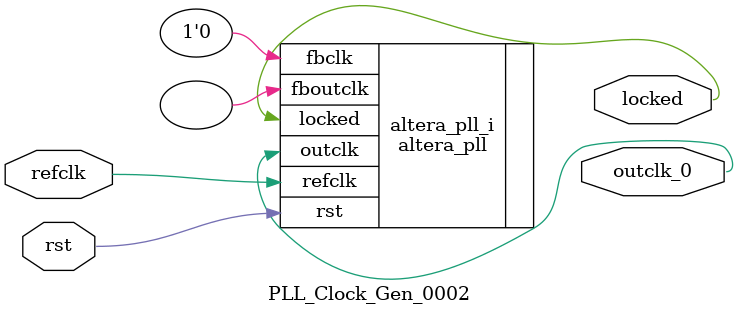
<source format=v>
`timescale 1ns/10ps
module  PLL_Clock_Gen_0002(

	// interface 'refclk'
	input wire refclk,

	// interface 'reset'
	input wire rst,

	// interface 'outclk0'
	output wire outclk_0,

	// interface 'locked'
	output wire locked
);

	altera_pll #(
		.fractional_vco_multiplier("false"),
		.reference_clock_frequency("50.0 MHz"),
		.operation_mode("direct"),
		.number_of_clocks(1),
		.output_clock_frequency0("100.000000 MHz"),
		.phase_shift0("0 ps"),
		.duty_cycle0(50),
		.output_clock_frequency1("0 MHz"),
		.phase_shift1("0 ps"),
		.duty_cycle1(50),
		.output_clock_frequency2("0 MHz"),
		.phase_shift2("0 ps"),
		.duty_cycle2(50),
		.output_clock_frequency3("0 MHz"),
		.phase_shift3("0 ps"),
		.duty_cycle3(50),
		.output_clock_frequency4("0 MHz"),
		.phase_shift4("0 ps"),
		.duty_cycle4(50),
		.output_clock_frequency5("0 MHz"),
		.phase_shift5("0 ps"),
		.duty_cycle5(50),
		.output_clock_frequency6("0 MHz"),
		.phase_shift6("0 ps"),
		.duty_cycle6(50),
		.output_clock_frequency7("0 MHz"),
		.phase_shift7("0 ps"),
		.duty_cycle7(50),
		.output_clock_frequency8("0 MHz"),
		.phase_shift8("0 ps"),
		.duty_cycle8(50),
		.output_clock_frequency9("0 MHz"),
		.phase_shift9("0 ps"),
		.duty_cycle9(50),
		.output_clock_frequency10("0 MHz"),
		.phase_shift10("0 ps"),
		.duty_cycle10(50),
		.output_clock_frequency11("0 MHz"),
		.phase_shift11("0 ps"),
		.duty_cycle11(50),
		.output_clock_frequency12("0 MHz"),
		.phase_shift12("0 ps"),
		.duty_cycle12(50),
		.output_clock_frequency13("0 MHz"),
		.phase_shift13("0 ps"),
		.duty_cycle13(50),
		.output_clock_frequency14("0 MHz"),
		.phase_shift14("0 ps"),
		.duty_cycle14(50),
		.output_clock_frequency15("0 MHz"),
		.phase_shift15("0 ps"),
		.duty_cycle15(50),
		.output_clock_frequency16("0 MHz"),
		.phase_shift16("0 ps"),
		.duty_cycle16(50),
		.output_clock_frequency17("0 MHz"),
		.phase_shift17("0 ps"),
		.duty_cycle17(50),
		.pll_type("General"),
		.pll_subtype("General")
	) altera_pll_i (
		.rst	(rst),
		.outclk	({outclk_0}),
		.locked	(locked),
		.fboutclk	( ),
		.fbclk	(1'b0),
		.refclk	(refclk)
	);
endmodule


</source>
